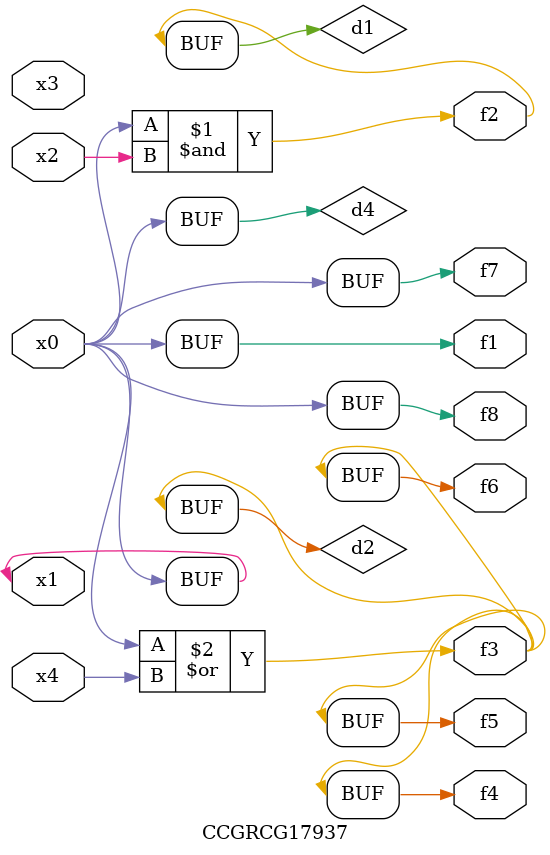
<source format=v>
module CCGRCG17937(
	input x0, x1, x2, x3, x4,
	output f1, f2, f3, f4, f5, f6, f7, f8
);

	wire d1, d2, d3, d4;

	and (d1, x0, x2);
	or (d2, x0, x4);
	nand (d3, x0, x2);
	buf (d4, x0, x1);
	assign f1 = d4;
	assign f2 = d1;
	assign f3 = d2;
	assign f4 = d2;
	assign f5 = d2;
	assign f6 = d2;
	assign f7 = d4;
	assign f8 = d4;
endmodule

</source>
